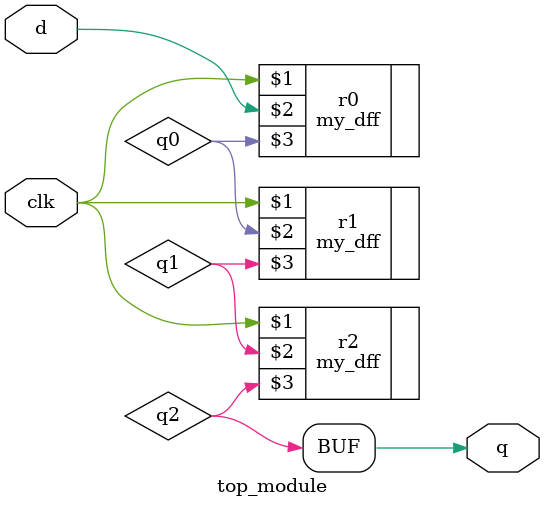
<source format=sv>
module top_module ( input clk, input d, output q );
    wire q0, q1, q2;
    my_dff r0(clk, d, q0);
    my_dff r1(clk, q0, q1);
    my_dff r2(clk, q1, q2);
    // no need for always, since my_dff is always a sequential scheme
    /*
    always @(posedge clk)
    begin
        // q0 <= d;
    end
    */
    assign q = q2;

endmodule

</source>
